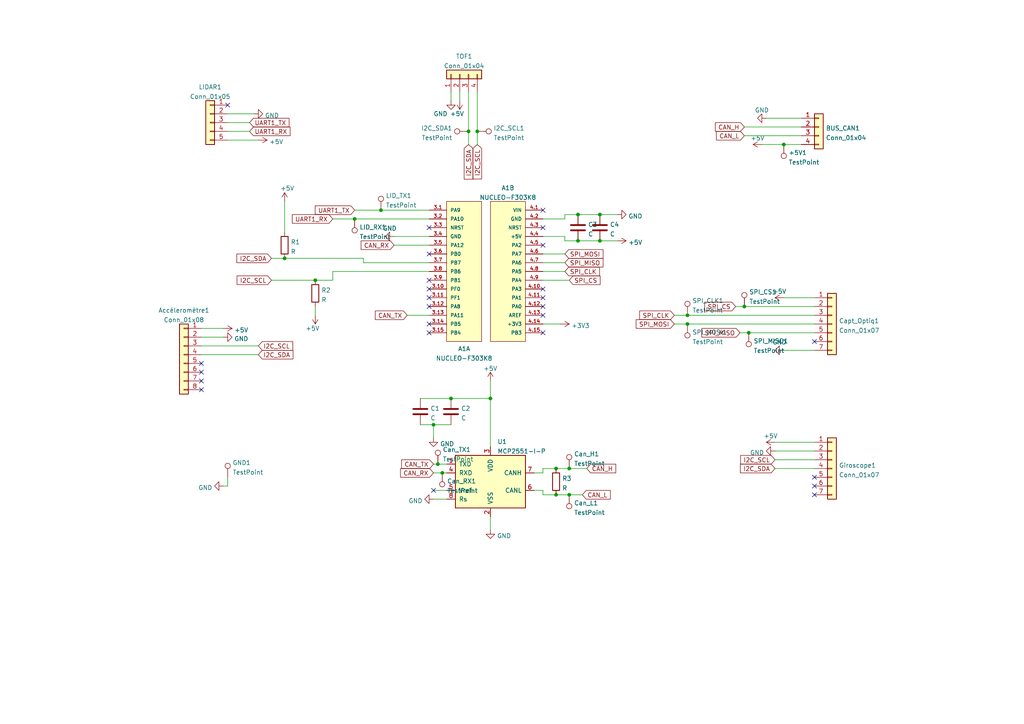
<source format=kicad_sch>
(kicad_sch (version 20211123) (generator eeschema)
  (paper "A4")
  (lib_symbols
    (symbol "Connector:TestPoint" (pin_numbers hide) (pin_names (offset 0.762) hide)
      (property "Reference" "TP" (at 0 6.858 0))
      (property "Value" "TestPoint" (at 0 5.08 0))
      (symbol "TestPoint_0_1"
        (circle (center 0 3.302) (radius 0.762))
      )
      (symbol "TestPoint_1_1"
        (pin passive line (at 0 0 90) (length 2.54) (name "1") (number "1"))
      )
    )
    (symbol "Connector_Generic:Conn_01x04" (pin_names (offset 1.016) hide)
      (property "Reference" "J" (at 0 5.08 0))
      (property "Value" "Conn_01x04" (at 0 -7.62 0))
      (symbol "Conn_01x04_1_1"
        (rectangle (start -1.27 -4.953) (end 0 -5.207) (stroke (width 0.1524)))
        (rectangle (start -1.27 -2.413) (end 0 -2.667) (stroke (width 0.1524)))
        (rectangle (start -1.27 0.127) (end 0 -0.127) (stroke (width 0.1524)))
        (rectangle (start -1.27 2.667) (end 0 2.413) (stroke (width 0.1524)))
        (rectangle (start -1.27 3.81) (end 1.27 -6.35) (stroke (width 0.254)) (fill (type background)))
        (pin passive line (at -5.08 2.54 0) (length 3.81) (name "Pin_1") (number "1"))
        (pin passive line (at -5.08 0 0) (length 3.81) (name "Pin_2") (number "2"))
        (pin passive line (at -5.08 -2.54 0) (length 3.81) (name "Pin_3") (number "3"))
        (pin passive line (at -5.08 -5.08 0) (length 3.81) (name "Pin_4") (number "4"))
      )
    )
    (symbol "Connector_Generic:Conn_01x05" (pin_names (offset 1.016) hide)
      (property "Reference" "J" (at 0 7.62 0))
      (property "Value" "Conn_01x05" (at 0 -7.62 0))
      (symbol "Conn_01x05_1_1"
        (rectangle (start -1.27 -4.953) (end 0 -5.207) (stroke (width 0.1524)))
        (rectangle (start -1.27 -2.413) (end 0 -2.667) (stroke (width 0.1524)))
        (rectangle (start -1.27 0.127) (end 0 -0.127) (stroke (width 0.1524)))
        (rectangle (start -1.27 2.667) (end 0 2.413) (stroke (width 0.1524)))
        (rectangle (start -1.27 5.207) (end 0 4.953) (stroke (width 0.1524)))
        (rectangle (start -1.27 6.35) (end 1.27 -6.35) (stroke (width 0.254)) (fill (type background)))
        (pin passive line (at -5.08 5.08 0) (length 3.81) (name "Pin_1") (number "1"))
        (pin passive line (at -5.08 2.54 0) (length 3.81) (name "Pin_2") (number "2"))
        (pin passive line (at -5.08 0 0) (length 3.81) (name "Pin_3") (number "3"))
        (pin passive line (at -5.08 -2.54 0) (length 3.81) (name "Pin_4") (number "4"))
        (pin passive line (at -5.08 -5.08 0) (length 3.81) (name "Pin_5") (number "5"))
      )
    )
    (symbol "Connector_Generic:Conn_01x07" (pin_names (offset 1.016) hide)
      (property "Reference" "J" (at 0 10.16 0))
      (property "Value" "Conn_01x07" (at 0 -10.16 0))
      (symbol "Conn_01x07_1_1"
        (rectangle (start -1.27 -7.493) (end 0 -7.747) (stroke (width 0.1524)))
        (rectangle (start -1.27 -4.953) (end 0 -5.207) (stroke (width 0.1524)))
        (rectangle (start -1.27 -2.413) (end 0 -2.667) (stroke (width 0.1524)))
        (rectangle (start -1.27 0.127) (end 0 -0.127) (stroke (width 0.1524)))
        (rectangle (start -1.27 2.667) (end 0 2.413) (stroke (width 0.1524)))
        (rectangle (start -1.27 5.207) (end 0 4.953) (stroke (width 0.1524)))
        (rectangle (start -1.27 7.747) (end 0 7.493) (stroke (width 0.1524)))
        (rectangle (start -1.27 8.89) (end 1.27 -8.89) (stroke (width 0.254)) (fill (type background)))
        (pin passive line (at -5.08 7.62 0) (length 3.81) (name "Pin_1") (number "1"))
        (pin passive line (at -5.08 5.08 0) (length 3.81) (name "Pin_2") (number "2"))
        (pin passive line (at -5.08 2.54 0) (length 3.81) (name "Pin_3") (number "3"))
        (pin passive line (at -5.08 0 0) (length 3.81) (name "Pin_4") (number "4"))
        (pin passive line (at -5.08 -2.54 0) (length 3.81) (name "Pin_5") (number "5"))
        (pin passive line (at -5.08 -5.08 0) (length 3.81) (name "Pin_6") (number "6"))
        (pin passive line (at -5.08 -7.62 0) (length 3.81) (name "Pin_7") (number "7"))
      )
    )
    (symbol "Connector_Generic:Conn_01x08" (pin_names (offset 1.016) hide)
      (property "Reference" "J" (at 0 10.16 0))
      (property "Value" "Conn_01x08" (at 0 -12.7 0))
      (symbol "Conn_01x08_1_1"
        (rectangle (start -1.27 -10.033) (end 0 -10.287) (stroke (width 0.1524)))
        (rectangle (start -1.27 -7.493) (end 0 -7.747) (stroke (width 0.1524)))
        (rectangle (start -1.27 -4.953) (end 0 -5.207) (stroke (width 0.1524)))
        (rectangle (start -1.27 -2.413) (end 0 -2.667) (stroke (width 0.1524)))
        (rectangle (start -1.27 0.127) (end 0 -0.127) (stroke (width 0.1524)))
        (rectangle (start -1.27 2.667) (end 0 2.413) (stroke (width 0.1524)))
        (rectangle (start -1.27 5.207) (end 0 4.953) (stroke (width 0.1524)))
        (rectangle (start -1.27 7.747) (end 0 7.493) (stroke (width 0.1524)))
        (rectangle (start -1.27 8.89) (end 1.27 -11.43) (stroke (width 0.254)) (fill (type background)))
        (pin passive line (at -5.08 7.62 0) (length 3.81) (name "Pin_1") (number "1"))
        (pin passive line (at -5.08 5.08 0) (length 3.81) (name "Pin_2") (number "2"))
        (pin passive line (at -5.08 2.54 0) (length 3.81) (name "Pin_3") (number "3"))
        (pin passive line (at -5.08 0 0) (length 3.81) (name "Pin_4") (number "4"))
        (pin passive line (at -5.08 -2.54 0) (length 3.81) (name "Pin_5") (number "5"))
        (pin passive line (at -5.08 -5.08 0) (length 3.81) (name "Pin_6") (number "6"))
        (pin passive line (at -5.08 -7.62 0) (length 3.81) (name "Pin_7") (number "7"))
        (pin passive line (at -5.08 -10.16 0) (length 3.81) (name "Pin_8") (number "8"))
      )
    )
    (symbol "Device:C" (pin_numbers hide) (pin_names (offset 0.254))
      (property "Reference" "C" (at 0.635 2.54 0))
      (property "Value" "C" (at 0.635 -2.54 0))
      (symbol "C_0_1"
        (polyline (pts (xy -2.032 -0.762) (xy 2.032 -0.762)) (stroke (width 0.508)))
        (polyline (pts (xy -2.032 0.762) (xy 2.032 0.762)) (stroke (width 0.508)))
      )
      (symbol "C_1_1"
        (pin passive line (at 0 3.81 270) (length 2.794) (name "~") (number "1"))
        (pin passive line (at 0 -3.81 90) (length 2.794) (name "~") (number "2"))
      )
    )
    (symbol "Device:R" (pin_numbers hide) (pin_names (offset 0))
      (property "Reference" "R" (at 2.032 0 90))
      (property "Value" "R" (at 0 0 90))
      (symbol "R_0_1"
        (rectangle (start -1.016 -2.54) (end 1.016 2.54) (stroke (width 0.254)))
      )
      (symbol "R_1_1"
        (pin passive line (at 0 3.81 270) (length 1.27) (name "~") (number "1"))
        (pin passive line (at 0 -3.81 90) (length 1.27) (name "~") (number "2"))
      )
    )
    (symbol "Interface_CAN_LIN:MCP2551-I-P" (pin_names (offset 1.016))
      (property "Reference" "U" (at -10.16 8.89 0))
      (property "Value" "MCP2551-I-P" (at 2.54 8.89 0))
      (symbol "MCP2551-I-P_0_1"
        (rectangle (start -10.16 7.62) (end 10.16 -7.62) (stroke (width 0.254)) (fill (type background)))
      )
      (symbol "MCP2551-I-P_1_1"
        (pin input line (at -12.7 5.08 0) (length 2.54) (name "TXD") (number "1"))
        (pin power_in line (at 0 -10.16 90) (length 2.54) (name "VSS") (number "2"))
        (pin power_in line (at 0 10.16 270) (length 2.54) (name "VDD") (number "3"))
        (pin output line (at -12.7 2.54 0) (length 2.54) (name "RXD") (number "4"))
        (pin power_out line (at -12.7 -2.54 0) (length 2.54) (name "Vref") (number "5"))
        (pin bidirectional line (at 12.7 -2.54 180) (length 2.54) (name "CANL") (number "6"))
        (pin bidirectional line (at 12.7 2.54 180) (length 2.54) (name "CANH") (number "7"))
        (pin input line (at -12.7 -5.08 0) (length 2.54) (name "Rs") (number "8"))
      )
    )
    (symbol "NUCLEO-F303K8:NUCLEO-F303K8" (pin_names (offset 1.016))
      (property "Reference" "A" (at -5.08 20.8534 0))
      (property "Value" "NUCLEO-F303K8" (at -5.08 -22.6314 0))
      (symbol "NUCLEO-F303K8_1_0"
        (rectangle (start -5.08 -20.32) (end 5.08 20.32) (stroke (width 0.1524)) (fill (type background)))
        (pin bidirectional line (at 10.16 17.78 180) (length 5.08) (name "PA9") (number "3.1"))
        (pin bidirectional line (at 10.16 -5.08 180) (length 5.08) (name "PF0") (number "3.10"))
        (pin bidirectional line (at 10.16 -7.62 180) (length 5.08) (name "PF1") (number "3.11"))
        (pin bidirectional line (at 10.16 -10.16 180) (length 5.08) (name "PA8") (number "3.12"))
        (pin bidirectional line (at 10.16 -12.7 180) (length 5.08) (name "PA11") (number "3.13"))
        (pin bidirectional line (at 10.16 -15.24 180) (length 5.08) (name "PB5") (number "3.14"))
        (pin bidirectional line (at 10.16 -17.78 180) (length 5.08) (name "PB4") (number "3.15"))
        (pin bidirectional line (at 10.16 15.24 180) (length 5.08) (name "PA10") (number "3.2"))
        (pin bidirectional line (at 10.16 12.7 180) (length 5.08) (name "NRST") (number "3.3"))
        (pin bidirectional line (at 10.16 10.16 180) (length 5.08) (name "GND") (number "3.4"))
        (pin bidirectional line (at 10.16 7.62 180) (length 5.08) (name "PA12") (number "3.5"))
        (pin bidirectional line (at 10.16 5.08 180) (length 5.08) (name "PB0") (number "3.6"))
        (pin bidirectional line (at 10.16 2.54 180) (length 5.08) (name "PB7") (number "3.7"))
        (pin bidirectional line (at 10.16 0 180) (length 5.08) (name "PB6") (number "3.8"))
        (pin bidirectional line (at 10.16 -2.54 180) (length 5.08) (name "PB1") (number "3.9"))
      )
      (symbol "NUCLEO-F303K8_2_0"
        (rectangle (start -5.08 -20.32) (end 5.08 20.32) (stroke (width 0.1524)) (fill (type background)))
        (pin bidirectional line (at 10.16 17.78 180) (length 5.08) (name "VIN") (number "4.1"))
        (pin bidirectional line (at 10.16 -5.08 180) (length 5.08) (name "PA3") (number "4.10"))
        (pin bidirectional line (at 10.16 -7.62 180) (length 5.08) (name "PA1") (number "4.11"))
        (pin bidirectional line (at 10.16 -10.16 180) (length 5.08) (name "PA0") (number "4.12"))
        (pin bidirectional line (at 10.16 -12.7 180) (length 5.08) (name "AREF") (number "4.13"))
        (pin bidirectional line (at 10.16 -15.24 180) (length 5.08) (name "+3V3") (number "4.14"))
        (pin bidirectional line (at 10.16 -17.78 180) (length 5.08) (name "PB3") (number "4.15"))
        (pin bidirectional line (at 10.16 15.24 180) (length 5.08) (name "GND") (number "4.2"))
        (pin bidirectional line (at 10.16 12.7 180) (length 5.08) (name "NRST") (number "4.3"))
        (pin bidirectional line (at 10.16 10.16 180) (length 5.08) (name "+5V") (number "4.4"))
        (pin bidirectional line (at 10.16 7.62 180) (length 5.08) (name "PA2") (number "4.5"))
        (pin bidirectional line (at 10.16 5.08 180) (length 5.08) (name "PA7") (number "4.6"))
        (pin bidirectional line (at 10.16 2.54 180) (length 5.08) (name "PA6") (number "4.7"))
        (pin bidirectional line (at 10.16 0 180) (length 5.08) (name "PA5") (number "4.8"))
        (pin bidirectional line (at 10.16 -2.54 180) (length 5.08) (name "PA4") (number "4.9"))
      )
    )
    (symbol "power:+3.3V" (power) (pin_names (offset 0))
      (property "Value" "+3.3V" (at 0 3.556 0))
      (symbol "+3.3V_0_1"
        (polyline (pts (xy -0.762 1.27) (xy 0 2.54)))
        (polyline (pts (xy 0 0) (xy 0 2.54)))
        (polyline (pts (xy 0 2.54) (xy 0.762 1.27)))
      )
      (symbol "+3.3V_1_1"
        (pin power_in line (at 0 0 90) (length 0) hide (name "+3V3") (number "1"))
      )
    )
    (symbol "power:+5V" (power) (pin_names (offset 0))
      (property "Value" "+5V" (at 0 3.556 0))
      (symbol "+5V_0_1"
        (polyline (pts (xy -0.762 1.27) (xy 0 2.54)))
        (polyline (pts (xy 0 0) (xy 0 2.54)))
        (polyline (pts (xy 0 2.54) (xy 0.762 1.27)))
      )
      (symbol "+5V_1_1"
        (pin power_in line (at 0 0 90) (length 0) hide (name "+5V") (number "1"))
      )
    )
    (symbol "power:GND" (power) (pin_names (offset 0))
      (property "Value" "GND" (at 0 -3.81 0))
      (symbol "GND_0_1"
        (polyline (pts (xy 0 0) (xy 0 -1.27) (xy 1.27 -1.27) (xy 0 -2.54) (xy -1.27 -1.27) (xy 0 -1.27)))
      )
      (symbol "GND_1_1"
        (pin power_in line (at 0 0 270) (length 0) hide (name "GND") (number "1"))
      )
    )
  )
  (junction (at 161.29 135.89))
  (junction (at 128.27 137.16))
  (junction (at 161.29 143.51))
  (junction (at 91.44 81.28))
  (junction (at 82.55 74.93))
  (junction (at 165.1 143.51))
  (junction (at 142.24 115.57))
  (junction (at 135.89 38.1))
  (junction (at 102.87 63.5))
  (junction (at 167.64 62.23))
  (junction (at 165.1 135.89))
  (junction (at 110.49 60.96))
  (junction (at 127 134.62))
  (junction (at 173.99 69.85))
  (junction (at 125.73 123.19))
  (junction (at 199.39 93.98))
  (junction (at 167.64 69.85))
  (junction (at 130.81 115.57))
  (junction (at 199.39 91.44))
  (junction (at 227.33 41.91))
  (junction (at 138.43 38.1))
  (junction (at 215.9 88.9))
  (junction (at 217.17 96.52))
  (junction (at 173.99 62.23))
  (no_connect (at 125.73 142.24))
  (no_connect (at 157.48 96.52))
  (no_connect (at 58.42 105.41))
  (no_connect (at 157.48 83.82))
  (no_connect (at 157.48 71.12))
  (no_connect (at 124.46 66.04))
  (no_connect (at 66.04 30.48))
  (no_connect (at 58.42 107.95))
  (no_connect (at 58.42 113.03))
  (no_connect (at 236.22 140.97))
  (no_connect (at 157.48 60.96))
  (no_connect (at 157.48 66.04))
  (no_connect (at 124.46 73.66))
  (no_connect (at 124.46 81.28))
  (no_connect (at 124.46 83.82))
  (no_connect (at 236.22 99.06))
  (no_connect (at 157.48 91.44))
  (no_connect (at 236.22 143.51))
  (no_connect (at 157.48 86.36))
  (no_connect (at 58.42 110.49))
  (no_connect (at 236.22 138.43))
  (no_connect (at 124.46 96.52))
  (no_connect (at 157.48 88.9))
  (no_connect (at 124.46 86.36))
  (no_connect (at 124.46 88.9))
  (no_connect (at 124.46 93.98))
  (wire (pts (xy 167.64 69.85) (xy 173.99 69.85)))
  (wire (pts (xy 138.43 26.67) (xy 138.43 38.1)))
  (wire (pts (xy 199.39 93.98) (xy 236.22 93.98)))
  (wire (pts (xy 199.39 91.44) (xy 236.22 91.44)))
  (wire (pts (xy 195.58 91.44) (xy 199.39 91.44)))
  (wire (pts (xy 66.04 140.97) (xy 66.04 138.43)))
  (wire (pts (xy 114.3 71.12) (xy 124.46 71.12)))
  (wire (pts (xy 96.52 78.74) (xy 124.46 78.74)))
  (wire (pts (xy 91.44 81.28) (xy 96.52 81.28)))
  (wire (pts (xy 214.63 96.52) (xy 217.17 96.52)))
  (wire (pts (xy 82.55 74.93) (xy 105.41 74.93)))
  (wire (pts (xy 163.83 68.58) (xy 163.83 69.85)))
  (wire (pts (xy 130.81 26.67) (xy 130.81 29.21)))
  (wire (pts (xy 128.27 137.16) (xy 129.54 137.16)))
  (wire (pts (xy 66.04 35.56) (xy 72.39 35.56)))
  (wire (pts (xy 224.79 128.27) (xy 236.22 128.27)))
  (wire (pts (xy 82.55 58.42) (xy 82.55 67.31)))
  (wire (pts (xy 125.73 142.24) (xy 129.54 142.24)))
  (wire (pts (xy 135.89 26.67) (xy 135.89 38.1)))
  (wire (pts (xy 227.33 101.6) (xy 236.22 101.6)))
  (wire (pts (xy 96.52 78.74) (xy 96.52 81.28)))
  (wire (pts (xy 91.44 88.9) (xy 91.44 91.44)))
  (wire (pts (xy 142.24 115.57) (xy 142.24 129.54)))
  (wire (pts (xy 217.17 96.52) (xy 236.22 96.52)))
  (wire (pts (xy 102.87 63.5) (xy 124.46 63.5)))
  (wire (pts (xy 173.99 62.23) (xy 179.07 62.23)))
  (wire (pts (xy 163.83 62.23) (xy 167.64 62.23)))
  (wire (pts (xy 222.25 34.29) (xy 232.41 34.29)))
  (wire (pts (xy 227.33 41.91) (xy 232.41 41.91)))
  (wire (pts (xy 157.48 81.28) (xy 165.1 81.28)))
  (wire (pts (xy 138.43 38.1) (xy 138.43 41.91)))
  (wire (pts (xy 58.42 95.25) (xy 64.77 95.25)))
  (wire (pts (xy 157.48 63.5) (xy 163.83 63.5)))
  (wire (pts (xy 157.48 135.89) (xy 161.29 135.89)))
  (wire (pts (xy 66.04 33.02) (xy 73.66 33.02)))
  (wire (pts (xy 142.24 110.49) (xy 142.24 115.57)))
  (wire (pts (xy 124.46 76.2) (xy 105.41 76.2)))
  (wire (pts (xy 78.74 81.28) (xy 91.44 81.28)))
  (wire (pts (xy 220.98 41.91) (xy 227.33 41.91)))
  (wire (pts (xy 130.81 115.57) (xy 142.24 115.57)))
  (wire (pts (xy 64.77 140.97) (xy 66.04 140.97)))
  (wire (pts (xy 121.92 115.57) (xy 130.81 115.57)))
  (wire (pts (xy 173.99 69.85) (xy 179.07 69.85)))
  (wire (pts (xy 157.48 78.74) (xy 163.83 78.74)))
  (wire (pts (xy 127 134.62) (xy 129.54 134.62)))
  (wire (pts (xy 154.94 137.16) (xy 157.48 137.16)))
  (wire (pts (xy 232.41 39.37) (xy 215.9 39.37)))
  (wire (pts (xy 110.49 60.96) (xy 124.46 60.96)))
  (wire (pts (xy 157.48 137.16) (xy 157.48 135.89)))
  (wire (pts (xy 215.9 36.83) (xy 232.41 36.83)))
  (wire (pts (xy 161.29 135.89) (xy 165.1 135.89)))
  (wire (pts (xy 157.48 143.51) (xy 161.29 143.51)))
  (wire (pts (xy 157.48 68.58) (xy 163.83 68.58)))
  (wire (pts (xy 66.04 38.1) (xy 72.39 38.1)))
  (wire (pts (xy 96.52 63.5) (xy 102.87 63.5)))
  (wire (pts (xy 154.94 142.24) (xy 157.48 142.24)))
  (wire (pts (xy 58.42 97.79) (xy 64.77 97.79)))
  (wire (pts (xy 125.73 123.19) (xy 130.81 123.19)))
  (wire (pts (xy 227.33 86.36) (xy 236.22 86.36)))
  (wire (pts (xy 195.58 93.98) (xy 199.39 93.98)))
  (wire (pts (xy 163.83 69.85) (xy 167.64 69.85)))
  (wire (pts (xy 161.29 143.51) (xy 165.1 143.51)))
  (wire (pts (xy 121.92 123.19) (xy 125.73 123.19)))
  (wire (pts (xy 157.48 142.24) (xy 157.48 143.51)))
  (wire (pts (xy 157.48 76.2) (xy 163.83 76.2)))
  (wire (pts (xy 215.9 88.9) (xy 236.22 88.9)))
  (wire (pts (xy 58.42 102.87) (xy 74.93 102.87)))
  (wire (pts (xy 125.73 123.19) (xy 125.73 127)))
  (wire (pts (xy 224.79 135.89) (xy 236.22 135.89)))
  (wire (pts (xy 224.79 133.35) (xy 236.22 133.35)))
  (wire (pts (xy 142.24 149.86) (xy 142.24 153.67)))
  (wire (pts (xy 165.1 143.51) (xy 168.91 143.51)))
  (wire (pts (xy 125.73 137.16) (xy 128.27 137.16)))
  (wire (pts (xy 114.3 68.58) (xy 124.46 68.58)))
  (wire (pts (xy 102.87 60.96) (xy 110.49 60.96)))
  (wire (pts (xy 133.35 26.67) (xy 133.35 29.21)))
  (wire (pts (xy 157.48 93.98) (xy 162.56 93.98)))
  (wire (pts (xy 125.73 134.62) (xy 127 134.62)))
  (wire (pts (xy 224.79 130.81) (xy 236.22 130.81)))
  (wire (pts (xy 78.74 74.93) (xy 82.55 74.93)))
  (wire (pts (xy 163.83 63.5) (xy 163.83 62.23)))
  (wire (pts (xy 118.11 91.44) (xy 124.46 91.44)))
  (wire (pts (xy 167.64 62.23) (xy 173.99 62.23)))
  (wire (pts (xy 105.41 76.2) (xy 105.41 74.93)))
  (wire (pts (xy 157.48 73.66) (xy 163.83 73.66)))
  (wire (pts (xy 135.89 38.1) (xy 135.89 41.91)))
  (wire (pts (xy 213.36 88.9) (xy 215.9 88.9)))
  (wire (pts (xy 58.42 100.33) (xy 74.93 100.33)))
  (wire (pts (xy 125.73 144.78) (xy 129.54 144.78)))
  (wire (pts (xy 66.04 40.64) (xy 74.93 40.64)))
  (wire (pts (xy 165.1 135.89) (xy 170.18 135.89)))
  (global_label "SPI_MOSI" (shape input) (at 195.58 93.98 180) (property "Intersheet References" "${INTERSHEET_REFS}" (effects hide)))
  (global_label "SPI_MISO" (shape input) (at 214.63 96.52 180) (property "Intersheet References" "${INTERSHEET_REFS}" (effects hide)))
  (global_label "CAN_TX" (shape input) (at 118.11 91.44 180) (property "Intersheet References" "${INTERSHEET_REFS}" (effects hide)))
  (global_label "SPI_CLK" (shape input) (at 195.58 91.44 180) (property "Intersheet References" "${INTERSHEET_REFS}" (effects hide)))
  (global_label "I2C_SCL" (shape input) (at 74.93 100.33 0) (property "Intersheet References" "${INTERSHEET_REFS}" (effects hide)))
  (global_label "CAN_H" (shape input) (at 170.18 135.89 0) (property "Intersheet References" "${INTERSHEET_REFS}" (effects hide)))
  (global_label "SPI_CLK" (shape input) (at 163.83 78.74 0) (property "Intersheet References" "${INTERSHEET_REFS}" (effects hide)))
  (global_label "I2C_SDA" (shape input) (at 78.74 74.93 180) (property "Intersheet References" "${INTERSHEET_REFS}" (effects hide)))
  (global_label "CAN_RX" (shape input) (at 114.3 71.12 180) (property "Intersheet References" "${INTERSHEET_REFS}" (effects hide)))
  (global_label "CAN_H" (shape input) (at 215.9 36.83 180) (property "Intersheet References" "${INTERSHEET_REFS}" (effects hide)))
  (global_label "SPI_MISO" (shape input) (at 163.83 76.2 0) (property "Intersheet References" "${INTERSHEET_REFS}" (effects hide)))
  (global_label "CAN_L" (shape input) (at 215.9 39.37 180) (property "Intersheet References" "${INTERSHEET_REFS}" (effects hide)))
  (global_label "I2C_SDA" (shape input) (at 135.89 41.91 270) (property "Intersheet References" "${INTERSHEET_REFS}" (effects hide)))
  (global_label "SPI_CS" (shape input) (at 213.36 88.9 180) (property "Intersheet References" "${INTERSHEET_REFS}" (effects hide)))
  (global_label "UART1_RX" (shape input) (at 96.52 63.5 180) (property "Intersheet References" "${INTERSHEET_REFS}" (effects hide)))
  (global_label "CAN_RX" (shape input) (at 125.73 137.16 180) (property "Intersheet References" "${INTERSHEET_REFS}" (effects hide)))
  (global_label "CAN_TX" (shape input) (at 125.73 134.62 180) (property "Intersheet References" "${INTERSHEET_REFS}" (effects hide)))
  (global_label "UART1_TX" (shape input) (at 102.87 60.96 180) (property "Intersheet References" "${INTERSHEET_REFS}" (effects hide)))
  (global_label "I2C_SCL" (shape input) (at 224.79 133.35 180) (property "Intersheet References" "${INTERSHEET_REFS}" (effects hide)))
  (global_label "I2C_SDA" (shape input) (at 224.79 135.89 180) (property "Intersheet References" "${INTERSHEET_REFS}" (effects hide)))
  (global_label "I2C_SCL" (shape input) (at 78.74 81.28 180) (property "Intersheet References" "${INTERSHEET_REFS}" (effects hide)))
  (global_label "CAN_L" (shape input) (at 168.91 143.51 0) (property "Intersheet References" "${INTERSHEET_REFS}" (effects hide)))
  (global_label "I2C_SDA" (shape input) (at 74.93 102.87 0) (property "Intersheet References" "${INTERSHEET_REFS}" (effects hide)))
  (global_label "SPI_CS" (shape input) (at 165.1 81.28 0) (property "Intersheet References" "${INTERSHEET_REFS}" (effects hide)))
  (global_label "I2C_SCL" (shape input) (at 138.43 41.91 270) (property "Intersheet References" "${INTERSHEET_REFS}" (effects hide)))
  (global_label "SPI_MOSI" (shape input) (at 163.83 73.66 0) (property "Intersheet References" "${INTERSHEET_REFS}" (effects hide)))
  (global_label "UART1_TX" (shape input) (at 72.39 35.56 0) (property "Intersheet References" "${INTERSHEET_REFS}" (effects hide)))
  (global_label "UART1_RX" (shape input) (at 72.39 38.1 0) (property "Intersheet References" "${INTERSHEET_REFS}" (effects hide)))
  (symbol (lib_id "Connector:TestPoint") (at 110.49 60.96 0) (unit 1)
    (property "Reference" "LID_TX1" (at 111.887 56.7495 0) (effects (justify left)))
    (property "Value" "TestPoint" (at 111.887 59.5246 0) (effects (justify left)))
    (property "Footprint" "TestPoint:TestPoint_Pad_D2.0mm" (effects hide))
  )
  (symbol (lib_id "Connector_Generic:Conn_01x05") (at 60.96 35.56 0) (mirror y) (unit 1)
    (property "Reference" "LIDAR1" (at 60.96 25.2435 0))
    (property "Value" "Conn_01x05" (at 60.96 28.0186 0))
    (property "Footprint" "Connector_JST:JST_PH_B5B-PH-K_1x05_P2.00mm_Vertical" (effects hide))
  )
  (symbol (lib_id "Connector:TestPoint") (at 227.33 41.91 180) (unit 1)
    (property "Reference" "+5V1" (at 228.727 44.3035 0) (effects (justify right)))
    (property "Value" "TestPoint" (at 228.727 47.0786 0) (effects (justify right)))
    (property "Footprint" "TestPoint:TestPoint_Pad_D2.0mm" (effects hide))
  )
  (symbol (lib_id "Connector:TestPoint") (at 138.43 38.1 270) (unit 1)
    (property "Reference" "I2C_SCL1" (at 143.129 37.1915 90) (effects (justify left)))
    (property "Value" "TestPoint" (at 143.129 39.9666 90) (effects (justify left)))
    (property "Footprint" "TestPoint:TestPoint_Pad_D2.0mm" (effects hide))
  )
  (symbol (lib_id "power:GND") (at 64.77 97.79 90) (unit 1)
    (property "Reference" "#PWR0120" (effects hide))
    (property "Value" "GND" (at 67.945 98.269 90) (effects (justify right)))
  )
  (symbol (lib_id "power:+3.3V") (at 162.56 93.98 270) (unit 1)
    (property "Reference" "#PWR0104" (effects hide))
    (property "Value" "+3.3V" (at 165.735 94.459 90) (effects (justify left)))
  )
  (symbol (lib_id "NUCLEO-F303K8:NUCLEO-F303K8") (at 147.32 78.74 0) (unit 2)
    (property "Reference" "A1" (at 147.32 54.5043 0))
    (property "Value" "NUCLEO-F303K8" (at 147.32 57.2794 0))
    (property "Footprint" "MODULE_NUCLEO-F303K8" (effects hide))
    (property "MANUFACTURER" "ST Microelectronics" (effects hide))
    (property "STANDARD" "Manufacturer rEcommendation" (effects hide))
    (property "PARTREV" "3" (effects hide))
  )
  (symbol (lib_id "power:+5V") (at 220.98 41.91 90) (mirror x) (unit 1)
    (property "Reference" "#PWR0113" (effects hide))
    (property "Value" "+5V" (at 219.71 40.0835 90))
  )
  (symbol (lib_id "Device:R") (at 82.55 71.12 0) (unit 1)
    (property "Reference" "R1" (at 84.328 70.2115 0) (effects (justify left)))
    (property "Value" "R" (at 84.328 72.9866 0) (effects (justify left)))
    (property "Footprint" "Resistor_THT:R_Axial_DIN0207_L6.3mm_D2.5mm_P10.16mm_Horizontal" (effects hide))
  )
  (symbol (lib_id "Connector_Generic:Conn_01x08") (at 53.34 102.87 0) (mirror y) (unit 1)
    (property "Reference" "Accéleromètre1" (at 53.34 90.0135 0))
    (property "Value" "Conn_01x08" (at 53.34 92.7886 0))
    (property "Footprint" "Connector_PinSocket_2.54mm:PinSocket_1x08_P2.54mm_Vertical" (effects hide))
  )
  (symbol (lib_id "Device:C") (at 121.92 119.38 0) (unit 1)
    (property "Reference" "C1" (at 124.841 118.4715 0) (effects (justify left)))
    (property "Value" "C" (at 124.841 121.2466 0) (effects (justify left)))
    (property "Footprint" "Capacitor_SMD:C_1206_3216Metric" (effects hide))
  )
  (symbol (lib_id "power:+5V") (at 142.24 110.49 0) (unit 1)
    (property "Reference" "#PWR0107" (effects hide))
    (property "Value" "+5V" (at 142.24 106.8855 0))
  )
  (symbol (lib_id "Device:R") (at 161.29 139.7 0) (unit 1)
    (property "Reference" "R3" (at 163.068 138.7915 0) (effects (justify left)))
    (property "Value" "R" (at 163.068 141.5666 0) (effects (justify left)))
    (property "Footprint" "Resistor_THT:R_Axial_DIN0207_L6.3mm_D2.5mm_P10.16mm_Horizontal" (effects hide))
  )
  (symbol (lib_id "Connector:TestPoint") (at 165.1 143.51 180) (unit 1)
    (property "Reference" "Can_L1" (at 166.497 145.9035 0) (effects (justify right)))
    (property "Value" "TestPoint" (at 166.497 148.6786 0) (effects (justify right)))
    (property "Footprint" "TestPoint:TestPoint_Pad_D2.0mm" (effects hide))
  )
  (symbol (lib_id "Connector:TestPoint") (at 215.9 88.9 0) (unit 1)
    (property "Reference" "SPI_CS1" (at 217.297 84.6895 0) (effects (justify left)))
    (property "Value" "TestPoint" (at 217.297 87.4646 0) (effects (justify left)))
    (property "Footprint" "TestPoint:TestPoint_Pad_D2.0mm" (effects hide))
  )
  (symbol (lib_id "Device:R") (at 91.44 85.09 0) (unit 1)
    (property "Reference" "R2" (at 93.218 84.1815 0) (effects (justify left)))
    (property "Value" "R" (at 93.218 86.9566 0) (effects (justify left)))
    (property "Footprint" "Resistor_THT:R_Axial_DIN0207_L6.3mm_D2.5mm_P10.16mm_Horizontal" (effects hide))
  )
  (symbol (lib_id "power:GND") (at 179.07 62.23 90) (unit 1)
    (property "Reference" "#PWR0114" (effects hide))
    (property "Value" "GND" (at 182.245 62.709 90) (effects (justify right)))
  )
  (symbol (lib_id "Connector:TestPoint") (at 128.27 137.16 180) (unit 1)
    (property "Reference" "Can_RX1" (at 129.667 139.5535 0) (effects (justify right)))
    (property "Value" "TestPoint" (at 129.667 142.3286 0) (effects (justify right)))
    (property "Footprint" "TestPoint:TestPoint_Pad_D2.0mm" (effects hide))
  )
  (symbol (lib_id "power:+5V") (at 82.55 58.42 0) (mirror y) (unit 1)
    (property "Reference" "#PWR0103" (effects hide))
    (property "Value" "+5V" (at 81.28 54.61 0) (effects (justify right)))
  )
  (symbol (lib_id "Connector_Generic:Conn_01x04") (at 133.35 21.59 90) (unit 1)
    (property "Reference" "TOF1" (at 134.62 16.3535 90))
    (property "Value" "Conn_01x04" (at 134.62 19.1286 90))
    (property "Footprint" "Connector_JST:JST_PH_B4B-PH-K_1x04_P2.00mm_Vertical" (effects hide))
  )
  (symbol (lib_id "power:+5V") (at 224.79 128.27 90) (mirror x) (unit 1)
    (property "Reference" "#PWR0106" (effects hide))
    (property "Value" "+5V" (at 223.52 126.4435 90))
  )
  (symbol (lib_id "power:GND") (at 125.73 127 0) (unit 1)
    (property "Reference" "#PWR0112" (effects hide))
    (property "Value" "GND" (at 127.635 128.749 0) (effects (justify left)))
  )
  (symbol (lib_id "power:+5V") (at 64.77 95.25 270) (unit 1)
    (property "Reference" "#PWR0119" (effects hide))
    (property "Value" "+5V" (at 67.945 95.729 90) (effects (justify left)))
  )
  (symbol (lib_id "Connector:TestPoint") (at 135.89 38.1 90) (unit 1)
    (property "Reference" "I2C_SDA1" (at 131.191 37.1915 90) (effects (justify left)))
    (property "Value" "TestPoint" (at 131.191 39.9666 90) (effects (justify left)))
    (property "Footprint" "TestPoint:TestPoint_Pad_D2.0mm" (effects hide))
  )
  (symbol (lib_id "power:+5V") (at 91.44 91.44 0) (mirror x) (unit 1)
    (property "Reference" "#PWR0102" (effects hide))
    (property "Value" "+5V" (at 92.71 95.25 0) (effects (justify right)))
  )
  (symbol (lib_id "Connector_Generic:Conn_01x07") (at 241.3 135.89 0) (unit 1)
    (property "Reference" "Giroscope1" (at 243.332 134.9815 0) (effects (justify left)))
    (property "Value" "Conn_01x07" (at 243.332 137.7566 0) (effects (justify left)))
    (property "Footprint" "Connector_PinSocket_2.54mm:PinSocket_1x07_P2.54mm_Vertical" (effects hide))
  )
  (symbol (lib_id "power:GND") (at 227.33 101.6 270) (mirror x) (unit 1)
    (property "Reference" "#PWR0110" (effects hide))
    (property "Value" "GND" (at 226.06 99.2655 90))
  )
  (symbol (lib_id "power:GND") (at 130.81 29.21 0) (unit 1)
    (property "Reference" "#PWR0111" (effects hide))
    (property "Value" "GND" (at 125.73 33.02 0) (effects (justify left)))
  )
  (symbol (lib_id "NUCLEO-F303K8:NUCLEO-F303K8") (at 134.62 78.74 0) (mirror y) (unit 1)
    (property "Reference" "A1" (at 134.62 101.1587 0))
    (property "Value" "NUCLEO-F303K8" (at 134.62 103.9338 0))
    (property "Footprint" "MODULE_NUCLEO-F303K8" (effects hide))
    (property "MANUFACTURER" "ST Microelectronics" (effects hide))
    (property "STANDARD" "Manufacturer rEcommendation" (effects hide))
    (property "PARTREV" "3" (effects hide))
  )
  (symbol (lib_id "power:GND") (at 224.79 130.81 270) (mirror x) (unit 1)
    (property "Reference" "#PWR0105" (effects hide))
    (property "Value" "GND" (at 221.6151 131.289 90) (effects (justify right)))
  )
  (symbol (lib_id "power:+5V") (at 227.33 86.36 90) (mirror x) (unit 1)
    (property "Reference" "#PWR0109" (effects hide))
    (property "Value" "+5V" (at 226.06 84.5335 90))
  )
  (symbol (lib_id "Connector:TestPoint") (at 165.1 135.89 0) (unit 1)
    (property "Reference" "Can_H1" (at 166.497 131.6795 0) (effects (justify left)))
    (property "Value" "TestPoint" (at 166.497 134.4546 0) (effects (justify left)))
    (property "Footprint" "TestPoint:TestPoint_Pad_D2.0mm" (effects hide))
  )
  (symbol (lib_id "power:+5V") (at 179.07 69.85 270) (unit 1)
    (property "Reference" "#PWR0115" (effects hide))
    (property "Value" "+5V" (at 182.245 70.329 90) (effects (justify left)))
  )
  (symbol (lib_id "Connector:TestPoint") (at 127 134.62 0) (unit 1)
    (property "Reference" "Can_TX1" (at 128.397 130.4095 0) (effects (justify left)))
    (property "Value" "TestPoint" (at 128.397 133.1846 0) (effects (justify left)))
    (property "Footprint" "TestPoint:TestPoint_Pad_D2.0mm" (effects hide))
  )
  (symbol (lib_id "power:GND") (at 114.3 68.58 270) (mirror x) (unit 1)
    (property "Reference" "#PWR0101" (effects hide))
    (property "Value" "GND" (at 113.03 66.2455 90))
  )
  (symbol (lib_id "Connector:TestPoint") (at 217.17 96.52 180) (unit 1)
    (property "Reference" "SPI_MISO1" (at 218.567 98.9135 0) (effects (justify right)))
    (property "Value" "TestPoint" (at 218.567 101.6886 0) (effects (justify right)))
    (property "Footprint" "TestPoint:TestPoint_Pad_D2.0mm" (effects hide))
  )
  (symbol (lib_id "power:+5V") (at 133.35 29.21 0) (mirror x) (unit 1)
    (property "Reference" "#PWR0121" (effects hide))
    (property "Value" "+5V" (at 134.62 33.02 0) (effects (justify right)))
  )
  (symbol (lib_id "power:GND") (at 125.73 144.78 270) (unit 1)
    (property "Reference" "#PWR0123" (effects hide))
    (property "Value" "GND" (at 122.5551 145.259 90) (effects (justify right)))
  )
  (symbol (lib_id "power:GND") (at 222.25 34.29 270) (mirror x) (unit 1)
    (property "Reference" "#PWR0116" (effects hide))
    (property "Value" "GND" (at 220.98 31.9555 90))
  )
  (symbol (lib_id "Device:C") (at 173.99 66.04 0) (unit 1)
    (property "Reference" "C4" (at 176.911 65.1315 0) (effects (justify left)))
    (property "Value" "C" (at 176.911 67.9066 0) (effects (justify left)))
    (property "Footprint" "Capacitor_SMD:C_1206_3216Metric" (effects hide))
  )
  (symbol (lib_id "Device:C") (at 167.64 66.04 0) (unit 1)
    (property "Reference" "C3" (at 170.561 65.1315 0) (effects (justify left)))
    (property "Value" "C" (at 170.561 67.9066 0) (effects (justify left)))
    (property "Footprint" "Capacitor_SMD:C_1206_3216Metric" (effects hide))
  )
  (symbol (lib_id "Interface_CAN_LIN:MCP2551-I-P") (at 142.24 139.7 0) (unit 1)
    (property "Reference" "U1" (at 144.2594 128.1135 0) (effects (justify left)))
    (property "Value" "MCP2551-I-P" (at 144.2594 130.8886 0) (effects (justify left)))
    (property "Footprint" "Package_DIP:DIP-8_W7.62mm" (effects hide))
    (property "Datasheet" "http://ww1.microchip.com/downloads/en/devicedoc/21667d.pdf" (effects hide))
  )
  (symbol (lib_id "power:GND") (at 73.66 33.02 90) (unit 1)
    (property "Reference" "#PWR0117" (effects hide))
    (property "Value" "GND" (at 76.835 33.499 90) (effects (justify right)))
  )
  (symbol (lib_id "power:GND") (at 142.24 153.67 0) (unit 1)
    (property "Reference" "#PWR0108" (effects hide))
    (property "Value" "GND" (at 144.145 155.419 0) (effects (justify left)))
  )
  (symbol (lib_id "Connector:TestPoint") (at 66.04 138.43 0) (unit 1)
    (property "Reference" "GND1" (at 67.437 134.2195 0) (effects (justify left)))
    (property "Value" "TestPoint" (at 67.437 136.9946 0) (effects (justify left)))
    (property "Footprint" "TestPoint:TestPoint_Pad_D2.0mm" (effects hide))
  )
  (symbol (lib_id "Connector:TestPoint") (at 199.39 91.44 0) (unit 1)
    (property "Reference" "SPI_CLK1" (at 200.787 87.2295 0) (effects (justify left)))
    (property "Value" "TestPoint" (at 200.787 90.0046 0) (effects (justify left)))
    (property "Footprint" "TestPoint:TestPoint_Pad_D2.0mm" (effects hide))
  )
  (symbol (lib_id "power:GND") (at 64.77 140.97 270) (unit 1)
    (property "Reference" "#PWR0124" (effects hide))
    (property "Value" "GND" (at 61.5951 141.449 90) (effects (justify right)))
  )
  (symbol (lib_id "Device:C") (at 130.81 119.38 0) (unit 1)
    (property "Reference" "C2" (at 133.731 118.4715 0) (effects (justify left)))
    (property "Value" "C" (at 133.731 121.2466 0) (effects (justify left)))
    (property "Footprint" "Capacitor_SMD:C_1206_3216Metric" (effects hide))
  )
  (symbol (lib_id "power:+5V") (at 74.93 40.64 270) (unit 1)
    (property "Reference" "#PWR0118" (effects hide))
    (property "Value" "+5V" (at 78.105 41.119 90) (effects (justify left)))
  )
  (symbol (lib_id "Connector:TestPoint") (at 199.39 93.98 180) (unit 1)
    (property "Reference" "SPI_MOSI1" (at 200.787 96.3735 0) (effects (justify right)))
    (property "Value" "TestPoint" (at 200.787 99.1486 0) (effects (justify right)))
    (property "Footprint" "TestPoint:TestPoint_Pad_D2.0mm" (effects hide))
  )
  (symbol (lib_id "Connector:TestPoint") (at 102.87 63.5 180) (unit 1)
    (property "Reference" "LID_RX1" (at 104.267 65.8935 0) (effects (justify right)))
    (property "Value" "TestPoint" (at 104.267 68.6686 0) (effects (justify right)))
    (property "Footprint" "TestPoint:TestPoint_Pad_D2.0mm" (effects hide))
  )
  (symbol (lib_id "Connector_Generic:Conn_01x04") (at 237.49 36.83 0) (unit 1)
    (property "Reference" "BUS_CAN1" (at 239.522 37.1915 0) (effects (justify left)))
    (property "Value" "Conn_01x04" (at 239.522 39.9666 0) (effects (justify left)))
    (property "Footprint" "Connector_JST:JST_PH_B4B-PH-K_1x04_P2.00mm_Vertical" (effects hide))
  )
  (symbol (lib_id "Connector_Generic:Conn_01x07") (at 241.3 93.98 0) (unit 1)
    (property "Reference" "Capt_Optiq1" (at 243.332 93.0715 0) (effects (justify left)))
    (property "Value" "Conn_01x07" (at 243.332 95.8466 0) (effects (justify left)))
    (property "Footprint" "Connector_JST:JST_PH_B7B-PH-K_1x07_P2.00mm_Vertical" (effects hide))
  )
)
</source>
